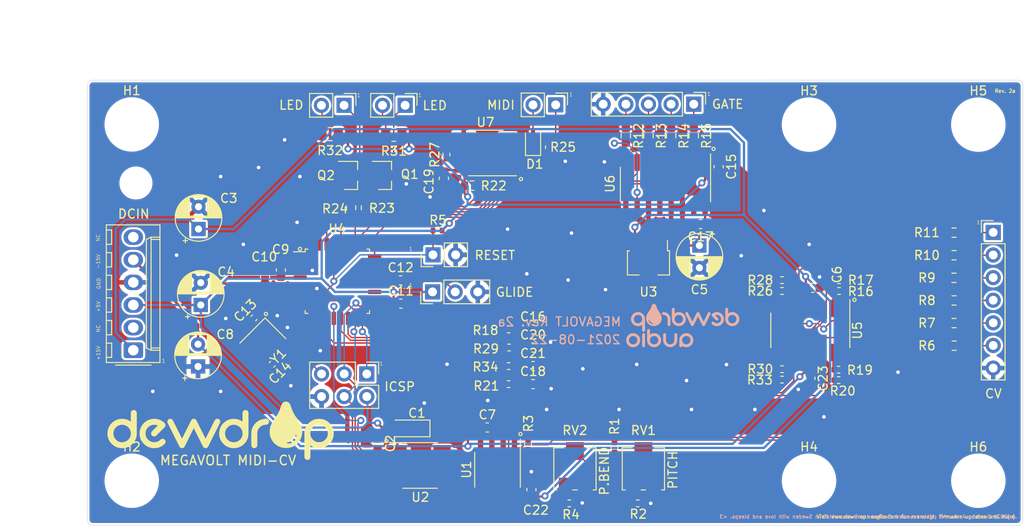
<source format=kicad_pcb>
(kicad_pcb (version 20211014) (generator pcbnew)
  (layers (0 "F.Cu" signal) (31 "B.Cu" signal) (34 "B.Paste" user) (35 "F.Paste" user) (36 "B.SilkS" user "B.Silkscreen") (37 "F.SilkS" user "F.Silkscreen") (38 "B.Mask" user) (39 "F.Mask" user) (44 "Edge.Cuts" user))
  (net 0 "")
  (net 1 "+15V")
  (net 2 "-15V")
  (net 3 "+10V")
  (net 4 "Net-(D1-Pad1)")
  (net 5 "Net-(D1-Pad2)")
  (net 6 "Net-(D2-Pad1)")
  (net 7 "Net-(D2-Pad2)")
  (net 8 "Net-(D3-Pad2)")
  (net 9 "Net-(D3-Pad1)")
  (net 12 "GLIDE_Out")
  (net 13 "RESET")
  (net 14 "SPI_MISO")
  (net 15 "SPI_CLK")
  (net 16 "SPI_MOSI")
  (net 17 "Net-(J6-Pad1)")
  (net 18 "Net-(J6-Pad2)")
  (net 19 "Net-(J6-Pad3)")
  (net 20 "Net-(J6-Pad4)")
  (net 21 "Net-(J7-Pad1)")
  (net 22 "MIDI_RX")
  (net 23 "Net-(R2-Pad1)")
  (net 24 "GATE1_Sig")
  (net 25 "GATE2_Sig")
  (net 26 "CV1_Out")
  (net 27 "CV2_Out")
  (net 28 "CV6_Out")
  (net 29 "CV5_Out")
  (net 30 "CV4_Out")
  (net 31 "CV3_Out")
  (net 32 "CV3_Sig")
  (net 33 "CV4_Sig")
  (net 34 "CV5_Sig")
  (net 35 "CV6_Sig")
  (net 36 "GATE4_Out")
  (net 37 "GATE3_Out")
  (net 38 "GATE2_Out")
  (net 39 "GATE1_Out")
  (net 40 "XTAL1")
  (net 41 "XTAL2")
  (net 42 "DAC1_SS")
  (net 43 "GATE3_Sig")
  (net 44 "GATE4_Sig")
  (net 45 "DAC2_Out")
  (net 46 "DAC1_Out")
  (net 47 "+5V")
  (net 48 "GND")
  (net 49 "Net-(C20-Pad1)")
  (net 50 "Net-(C21-Pad1)")
  (net 51 "Net-(Q1-Pad1)")
  (net 52 "Net-(Q2-Pad1)")
  (net 53 "Net-(C16-Pad1)")
  (net 54 "Net-(C18-Pad1)")
  (net 55 "Net-(J5-Pad1)")
  (net 56 "Net-(J5-Pad2)")
  (net 57 "Net-(J5-Pad3)")
  (net 58 "Net-(J5-Pad4)")
  (net 59 "Net-(J5-Pad5)")
  (net 60 "Net-(J5-Pad6)")
  (net 61 "Net-(R1-Pad2)")
  (net 62 "Net-(R3-Pad2)")
  (net 63 "Net-(R4-Pad1)")
  (net 64 "Net-(R17-Pad1)")
  (net 65 "Net-(R20-Pad1)")
  (net 66 "Net-(R28-Pad1)")
  (net 67 "Net-(R27-Pad1)")
  (net 68 "Net-(R33-Pad1)")
  (footprint "Capacitor_THT:CP_Radial_D5.0mm_P2.50mm" (layer "F.Cu") (at 101.6508 96.0628 90)
    (fp_text reference "C3")
    (fp_text value "22uF")
  )
  (footprint "Capacitor_THT:CP_Radial_D5.0mm_P2.50mm" (layer "F.Cu") (at 101.9048 104.5972 90)
    (fp_text reference "C4")
    (fp_text value "10uF")
  )
  (footprint "Capacitor_Tantalum_SMD:CP_EIA-3216-18_Kemet-A" (layer "F.Cu") (at 125.31344 118.45544 180)
    (fp_text reference "C1")
    (fp_text value "10uF tant.")
  )
  (footprint "Capacitor_SMD:C_0603_1608Metric" (layer "F.Cu") (at 121.75236 120.15724 -90)
    (fp_text reference "C2")
    (fp_text value "100nF")
  )
  (footprint "Capacitor_SMD:C_0603_1608Metric" (layer "F.Cu") (at 160.02 89.055 -90)
    (fp_text reference "C15")
    (fp_text value "100nF")
  )
  (footprint "Capacitor_SMD:C_0603_1608Metric" (layer "F.Cu") (at 157.988 95.504 180)
    (fp_text reference "C17")
    (fp_text value "100nF")
  )
  (footprint "Capacitor_SMD:C_0603_1608Metric" (layer "F.Cu") (at 139.192 113.4872)
    (fp_text reference "C18")
    (fp_text value "10nF")
  )
  (footprint "Capacitor_SMD:C_0603_1608Metric" (layer "F.Cu") (at 139.192 111.4552)
    (fp_text reference "C21")
    (fp_text value "10nF")
  )
  (footprint "Capacitor_SMD:C_0603_1608Metric" (layer "F.Cu") (at 139.00912 125.33884 -90)
    (fp_text reference "C22")
    (fp_text value "100nF")
  )
  (footprint "Connector_PinHeader_2.54mm:PinHeader_1x02_P2.54mm_Vertical" (layer "F.Cu") (at 117.983 82.169 -90)
    (fp_text reference "D3" hide)
    (fp_text value "LED")
  )
  (footprint "Connector_PinHeader_2.54mm:PinHeader_1x02_P2.54mm_Vertical" (layer "F.Cu") (at 124.841 82.169 -90)
    (fp_text reference "D2" hide)
    (fp_text value "LED")
  )
  (footprint "Connector_PinHeader_2.54mm:PinHeader_1x02_P2.54mm_Vertical" (layer "F.Cu") (at 141.732 82.115 -90)
    (fp_text reference "J7" hide)
    (fp_text value "MIDI")
  )
  (footprint "Connector_PinHeader_2.54mm:PinHeader_1x02_P2.54mm_Vertical" (layer "F.Cu") (at 127.9652 98.9584 90)
    (fp_text reference "J3" hide)
    (fp_text value "RESET")
  )
  (footprint "Connector_PinHeader_2.54mm:PinHeader_1x05_P2.54mm_Vertical" (layer "F.Cu") (at 157.226 82.042 -90)
    (fp_text reference "J6" hide)
    (fp_text value "GATE")
  )
  (footprint "Resistor_SMD:R_0603_1608Metric" (layer "F.Cu") (at 132.334 91.186 180)
    (fp_text reference "R22")
    (fp_text value "470")
  )
  (footprint "Resistor_SMD:R_0402_1005Metric" (layer "F.Cu") (at 129.4765 87.6935 90)
    (fp_text reference "R27")
    (fp_text value "4k7")
  )
  (footprint "Resistor_SMD:R_0402_1005Metric" (layer "F.Cu") (at 140.97 86.868 -90)
    (fp_text reference "R25")
    (fp_text value "220")
  )
  (footprint "Resistor_SMD:R_0603_1608Metric" (layer "F.Cu") (at 120.4468 93.6752 -90)
    (fp_text reference "R23")
    (fp_text value "47k")
  )
  (footprint "Resistor_SMD:R_0402_1005Metric" (layer "F.Cu") (at 128.4732 96.2406 180)
    (fp_text reference "R5")
    (fp_text value "10k")
  )
  (footprint "Resistor_SMD:R_0402_1005Metric" (layer "F.Cu") (at 143.256 126.873)
    (fp_text reference "R4")
    (fp_text value "27k")
  )
  (footprint "Resistor_SMD:R_0603_1608Metric" (layer "F.Cu") (at 186.452 109.166 180)
    (fp_text reference "R6")
    (fp_text value "1k")
  )
  (footprint "Resistor_SMD:R_0603_1608Metric" (layer "F.Cu") (at 186.436 106.626 180)
    (fp_text reference "R7")
    (fp_text value "1k")
  )
  (footprint "Resistor_SMD:R_0603_1608Metric" (layer "F.Cu") (at 186.436 104.086 180)
    (fp_text reference "R8")
    (fp_text value "1k")
  )
  (footprint "Resistor_SMD:R_0603_1608Metric" (layer "F.Cu") (at 186.42 101.546 180)
    (fp_text reference "R9")
    (fp_text value "1k")
  )
  (footprint "Resistor_SMD:R_0603_1608Metric" (layer "F.Cu") (at 186.436 99.006 180)
    (fp_text reference "R10")
    (fp_text value "1k")
  )
  (footprint "Resistor_SMD:R_0603_1608Metric" (layer "F.Cu") (at 186.436 96.466 180)
    (fp_text reference "R11")
    (fp_text value "1k")
  )
  (footprint "Resistor_SMD:R_0402_1005Metric" (layer "F.Cu") (at 136.4488 107.3404 180)
    (fp_text reference "R18")
    (fp_text value "15k")
  )
  (footprint "Resistor_SMD:R_0402_1005Metric" (layer "F.Cu") (at 136.4488 113.4872 180)
    (fp_text reference "R21")
    (fp_text value "15k")
  )
  (footprint "Resistor_SMD:R_0402_1005Metric" (layer "F.Cu") (at 136.4488 111.4552 180)
    (fp_text reference "R34")
    (fp_text value "15k")
  )
  (footprint "Resistor_SMD:R_0402_1005Metric" (layer "F.Cu") (at 173.5328 101.8032)
    (fp_text reference "R17")
    (fp_text value "100k")
  )
  (footprint "Resistor_SMD:R_0402_1005Metric" (layer "F.Cu") (at 173.482 113.03)
    (fp_text reference "R20")
    (fp_text value "100k")
  )
  (footprint "Resistor_SMD:R_0402_1005Metric" (layer "F.Cu") (at 167.132 112.9792 180)
    (fp_text reference "R33")
    (fp_text value "100k")
  )
  (footprint "Resistor_SMD:R_0603_1608Metric" (layer "F.Cu") (at 149.606 85.598 -90)
    (fp_text reference "R12")
    (fp_text value "1k")
  )
  (footprint "Resistor_SMD:R_0603_1608Metric" (layer "F.Cu") (at 152.146 85.598 -90)
    (fp_text reference "R13")
    (fp_text value "1k")
  )
  (footprint "Resistor_SMD:R_0603_1608Metric" (layer "F.Cu") (at 154.686 85.598 -90)
    (fp_text reference "R14")
    (fp_text value "1k")
  )
  (footprint "Resistor_SMD:R_0603_1608Metric" (layer "F.Cu") (at 157.226 85.598 -90)
    (fp_text reference "R15")
    (fp_text value "1k")
  )
  (footprint "Resistor_SMD:R_0402_1005Metric" (layer "F.Cu") (at 173.5328 103.0224 180)
    (fp_text reference "R16")
    (fp_text value "100k")
  )
  (footprint "Resistor_SMD:R_0402_1005Metric" (layer "F.Cu") (at 173.482 111.8616 180)
    (fp_text reference "R19")
    (fp_text value "100k")
  )
  (footprint "Resistor_SMD:R_0402_1005Metric" (layer "F.Cu") (at 167.132 103.0224)
    (fp_text reference "R26")
    (fp_text value "100k")
  )
  (footprint "Resistor_SMD:R_0402_1005Metric" (layer "F.Cu") (at 167.132 111.8108)
    (fp_text reference "R30")
    (fp_text value "100k")
  )
  (footprint "Package_TO_SOT_SMD:SOT-89-3" (layer "F.Cu") (at 152.146 99.568 -90)
    (fp_text reference "U3")
    (fp_text value "L78L10_SOT89")
  )
  (footprint "Package_SO:SOIC-14_3.9x8.7mm_P1.27mm" (layer "F.Cu") (at 170.307 107.4515 -90)
    (fp_text reference "U5")
    (fp_text value "TL074")
  )
  (footprint "Package_SO:SOIC-8_3.9x4.9mm_P1.27mm" (layer "F.Cu") (at 135.2042 123.1106 -90)
    (fp_text reference "U1")
    (fp_text value "TL072")
  )
  (footprint "Package_SO:SOIC-16_3.9x9.9mm_P1.27mm" (layer "F.Cu") (at 154.051 91.059 -90)
    (fp_text reference "U6")
    (fp_text value "4504")
  )
  (footprint "Connector_PinHeader_2.54mm:PinHeader_1x07_P2.54mm_Vertical" (layer "F.Cu") (at 190.8302 96.4406)
    (fp_text reference "J5" hide)
    (fp_text value "CV")
  )
  (footprint "Potentiometer_SMD:Potentiometer_Bourns_3314J_Vertical" (layer "F.Cu") (at 143.891 122.9995 180)
    (fp_text reference "RV2")
    (fp_text value "10k")
  )
  (footprint "Capacitor_SMD:C_0402_1005Metric" (layer "F.Cu") (at 107.8865 106.045 45)
    (fp_text reference "C13")
    (fp_text value "22pF")
  )
  (footprint "Connector_Molex:Molex_KK-254_AE-6410-06A_1x06_P2.54mm_Vertical" (layer "F.Cu") (at 94.3356 109.6772 90)
    (fp_text reference "J1" hide)
    (fp_text value "DCIN")
  )
  (footprint "Package_SO:SOIC-8_3.9x4.9mm_P1.27mm" (layer "F.Cu") (at 133.8834 87.5252 180)
    (fp_text reference "U7")
    (fp_text value "HCPL-0701")
  )
  (footprint "Diode_SMD:D_SOD-323" (layer "F.Cu") (at 139.192 86.306 90)
    (fp_text reference "D1")
    (fp_text value "1N4148WS")
  )
  (footprint "Resistor_SMD:R_0805_2012Metric" (layer "F.Cu") (at 116.419 85.4075)
    (fp_text reference "R32")
    (fp_text value "330")
  )
  (footprint "Connector_PinHeader_2.54mm:PinHeader_1x03_P2.54mm_Vertical" (layer "F.Cu") (at 127.9144 103.124 90)
    (fp_text reference "J2" hide)
    (fp_text value "GLIDE")
  )
  (footprint "Capacitor_SMD:C_0603_1608Metric" (layer "F.Cu") (at 110.8964 100.6602 90)
    (fp_text reference "C9")
    (fp_text value "100nF")
  )
  (footprint "Package_SO:SOIC-8_3.9x4.9mm_P1.27mm" (layer "F.Cu") (at 126.5085 122.622)
    (fp_text reference "U2")
    (fp_text value "MCP4822")
  )
  (footprint "Connector_PinHeader_2.54mm:PinHeader_2x03_P2.54mm_Vertical" (layer "F.Cu") (at 120.5362 112.3406 -90)
    (fp_text reference "J4" hide)
    (fp_text value "ICSP")
  )
  (footprint "Resistor_SMD:R_0402_1005Metric" (layer "F.Cu") (at 138.6332 120.2944 -90)
    (fp_text reference "R3")
    (fp_text value "39k")
  )
  (footprint "Capacitor_THT:CP_Radial_D5.0mm_P2.50mm" (layer "F.Cu") (at 157.861 97.917 -90)
    (fp_text reference "C5")
    (fp_text value "10uF")
  )
  (footprint "Package_QFP:LQFP-32_7x7mm_P0.8mm" (layer "F.Cu") (at 117.2342 101.9266)
    (fp_text reference "U4")
    (fp_text value "ATMEGA328-AU")
  )
  (footprint "Capacitor_SMD:C_0603_1608Metric" (layer "F.Cu") (at 170.31 112.84 -90)
    (fp_text reference "C23")
    (fp_text value "100nF")
  )
  (footprint "Capacitor_SMD:C_0603_1608Metric" (layer "F.Cu") (at 134.0612 118.35384)
    (fp_text reference "C7")
    (fp_text value "100nF")
  )
  (footprint "MountingHole:MountingHole_3.2mm_M3_DIN965" (layer "F.Cu") (at 94.16 84.314)
    (fp_text reference "H1")
    (fp_text value "MountingHole")
  )
  (footprint "MountingHole:MountingHole_3.2mm_M3_DIN965" (layer "F.Cu") (at 94.16 124.336)
    (fp_text reference "H2")
    (fp_text value "MountingHole")
  )
  (footprint "MountingHole:MountingHole_3.2mm_M3_DIN965" (layer "F.Cu") (at 170.16 84.336)
    (fp_text reference "H3")
    (fp_text value "MountingHole")
  )
  (footprint "MountingHole:MountingHole_3.2mm_M3_DIN965" (layer "F.Cu") (at 170.16 124.336)
    (fp_text reference "H4")
    (fp_text value "MountingHole")
  )
  (footprint "MountingHole:MountingHole_3.2mm_M3_DIN965" (layer "F.Cu") (at 189.16 84.336)
    (fp_text reference "H5")
    (fp_text value "MountingHole")
  )
  (footprint "MountingHole:MountingHole_3.2mm_M3_DIN965" (layer "F.Cu") (at 189.16 124.336)
    (fp_text reference "H6")
    (fp_text value "MountingHole")
  )
  (footprint "Capacitor_THT:CP_Radial_D5.0mm_P2.50mm" (layer "F.Cu") (at 101.6 111.506 90)
    (fp_text reference "C8")
    (fp_text value "22uF")
  )
  (footprint "Resistor_SMD:R_0603_1608Metric" (layer "F.Cu") (at 118.7704 93.6752 -90)
    (fp_text reference "R24")
    (fp_text value "47k")
  )
  (footprint "Capacitor_SMD:C_0603_1608Metric" (layer "F.Cu") (at 109.1184 101.41488 90)
    (fp_text reference "C10")
    (fp_text value "100nF")
  )
  (footprint "Capacitor_SMD:C_0603_1608Metric" (layer "F.Cu") (at 124.3584 104.4448)
    (fp_text reference "C11")
    (fp_text value "100nF")
  )
  (footprint "Capacitor_SMD:C_0603_1608Metric" (layer "F.Cu") (at 124.333 101.8286)
    (fp_text reference "C12")
    (fp_text value "100nF")
  )
  (footprint "Resistor_SMD:R_0402_1005Metric" (layer "F.Cu") (at 150.9395 126.873)
    (fp_text reference "R2")
    (fp_text value "27k")
  )
  (footprint "Capacitor_SMD:C_0603_1608Metric" (layer "F.Cu") (at 139.192 109.3724)
    (fp_text reference "C20")
    (fp_text value "10nF")
  )
  (footprint "Resistor_SMD:R_0402_1005Metric" (layer "F.Cu") (at 136.4996 109.3724 180)
    (fp_text reference "R29")
    (fp_text value "15k")
  )
  (footprint "Resistor_SMD:R_0402_1005Metric" (layer "F.Cu") (at 167.132 101.8032 180)
    (fp_text reference "R28")
    (fp_text value "100k")
  )
  (footprint "Capacitor_SMD:C_0603_1608Metric" (layer "F.Cu") (at 170.5734 102.6668 180)
    (fp_text reference "C6")
    (fp_text value "100nF")
  )
  (footprint "Crystal:Crystal_SMD_3225-4Pin_3.2x2.5mm" (layer "F.Cu") (at 108.87177 108.628466 -135)
    (fp_text reference "Y1")
    (fp_text value "16MHz")
  )
  (footprint "Resistor_SMD:R_0402_1005Metric" (layer "F.Cu") (at 148.336 120.5992 -90)
    (fp_text reference "R1")
    (fp_text value "39k")
  )
  (footprint "DDB_Prototype_HW:DewdropLogoText-1in" (layer "F.Cu") (at 104.13 118.72)
    (fp_text reference "LOGO2" hide)
    (fp_text value "DewdropLogoText-1in" hide)
  )
  (footprint "Capacitor_SMD:C_0603_1608Metric" (layer "F.Cu") (at 129.1844 90.3732 -90)
    (fp_text reference "C19")
    (fp_text value "100nF")
  )
  (footprint "Capacitor_SMD:C_0603_1608Metric" (layer "F.Cu") (at 139.192 107.3404)
    (fp_text reference "C16")
    (fp_text value "10nF")
  )
  (footprint "Package_TO_SOT_SMD:SOT-23" (layer "F.Cu") (at 122.555 90.043)
    (fp_text reference "Q1")
    (fp_text value "MMBT5551L")
  )
  (footprint "Package_TO_SOT_SMD:SOT-23" (layer "F.Cu") (at 118.745 90.043)
    (fp_text reference "Q2")
    (fp_text value "MMBT5551L")
  )
  (footprint "Resistor_SMD:R_0805_2012Metric" (layer "F.Cu") (at 123.571 85.471)
    (fp_text reference "R31")
    (fp_text value "330")
  )
  (footprint "Capacitor_SMD:C_0402_1005Metric" (layer "F.Cu") (at 109.9185 111.252 45)
    (fp_text reference "C14")
    (fp_text value "22pF")
  )
  (footprint "Potentiometer_SMD:Potentiometer_Bourns_3314J_Vertical" (layer "F.Cu") (at 151.5745 122.9995 180)
    (fp_text reference "RV1")
    (fp_text value "10k")
  )
  (footprint "DDB_Prototype_HW:DewdropAudioLogo-0.5in" (layer "B.Cu") (at 155.99 106.9 180)
    (fp_text reference "LOGO1" hide)
    (fp_text value "DewdropAudioLogo-0.5in" hide)
  )
  (gr_arc (start 137.922 90.6145) (mid 137.736661 90.308152) (end 137.968678 90.580856) (layer "F.SilkS") (width 0.12))
  (gr_arc (start 175.340322 104.173644) (mid 175.154983 103.867296) (end 175.387 104.14) (layer "F.SilkS") (width 0.12))
  (gr_arc (start 137.8585 119.253) (mid 137.673161 118.946652) (end 137.905178 119.219356) (layer "F.SilkS") (width 0.12))
  (gr_arc (start 122.825822 120.048644) (mid 122.640483 119.742296) (end 122.8725 120.015) (layer "F.SilkS") (width 0.12))
  (gr_arc (start 113.110322 98.458644) (mid 112.924983 98.152296) (end 113.157 98.425) (layer "F.SilkS") (width 0.12))
  (gr_arc (start 109.300322 105.761144) (mid 109.114983 105.454796) (end 109.347 105.7275) (layer "F.SilkS") (width 0.12))
  (gr_arc (start 159.528822 87.219144) (mid 159.343483 86.912796) (end 159.5755 87.1855) (layer "F.SilkS") (width 0.12))
  (gr_line (start 89.16 128.69) (end 89.159924 79.976) (layer "Edge.Cuts") (width 0.05))
  (gr_arc (start 193.52 79.334) (mid 193.976125 79.525023) (end 194.16 79.984076) (layer "Edge.Cuts") (width 0.05))
  (gr_arc (start 194.160076 128.696) (mid 193.969053 129.152125) (end 193.51 129.336) (layer "Edge.Cuts") (width 0.05))
  (gr_arc (start 89.159924 79.976) (mid 89.350947 79.519875) (end 89.81 79.336) (layer "Edge.Cuts") (width 0.05))
  (gr_line (start 194.16 79.984076) (end 194.160076 128.696) (layer "Edge.Cuts") (width 0.05))
  (gr_line (start 193.51 129.336) (end 89.8 129.336) (layer "Edge.Cuts") (width 0.05))
  (gr_line (start 89.81 79.336) (end 193.52 79.334) (layer "Edge.Cuts") (width 0.05))
  (gr_arc (start 89.8 129.336) (mid 89.343875 129.144977) (end 89.16 128.685924) (layer "Edge.Cuts") (width 0.05))
  (gr_text "MEGAVOLT Rev. 2a" (at 142.14 106.48) (layer "B.SilkS") (effects (font (size 1 1)) (justify mirror)))
  (gr_text "(c)2021 Dewdrop Audio. All rights reserved. Designed and assembled in Sweden with love and bleeps. <3" (at 176.72 128.37) (layer "B.SilkS") (effects (font (size 0.4064 0.4064) (thickness 0.0762)) (justify mirror)))
  (gr_text "2021-08-22" (at 143.95 108.49) (layer "B.SilkS") (effects (font (size 1 1)) (justify mirror)))
  (gr_text "1" (at 189.1665 95.3135) (layer "F.SilkS") (effects (font (size 0.4064 0.4064) (thickness 0.0508))))
  (gr_text "1" (at 125.476 98.298) (layer "F.SilkS") (effects (font (size 0.4064 0.4064) (thickness 0.0508))))
  (gr_text "Visit www.dewdrop-audio.com for manuals, firmware updates and more." (at 182.25 128.36) (layer "F.SilkS") (effects (font (size 0.4064 0.4064) (thickness 0.0762))))
  (gr_text "MEGAVOLT MIDI-CV" (at 104.97 122.05) (layer "F.SilkS") (effects (font (size 1.0668 1.0668) (thickness 0.1524))))
  (gr_text "Rev. 2a" (at 192.17 80.56) (layer "F.SilkS") (effects (font (size 0.4064 0.4064) (thickness 0.0762))))
  (gr_text "+15V" (at 90.41 109.99 90) (layer "F.SilkS") (effects (font (size 0.4064 0.4064) (thickness 0.0508))))
  (gr_text "GND" (at 90.46 102.18 90) (layer "F.SilkS") (effects (font (size 0.4064 0.4064) (thickness 0.0508))))
  (gr_text "-15V" (at 90.4 99.7 90) (layer "F.SilkS") (effects (font (size 0.4064 0.4064) (thickness 0.0508))))
  (gr_text "NC" (at 90.41 107.25 90) (layer "F.SilkS") (effects (font (size 0.4064 0.4064) (thickness 0.0508))))
  (gr_text "NC" (at 90.39 97.05 90) (layer "F.SilkS") (effects (font (size 0.4064 0.4064) (thickness 0.0508))))
  (gr_text "1" (at 158.9405 80.899) (layer "F.SilkS") (effects (font (size 0.4064 0.4064) (thickness 0.0508))))
  (gr_text "1" (at 97.7265 110.871) (layer "F.SilkS") (effects (font (size 0.4064 0.4064) (thickness 0.0508))))
  (gr_text "1" (at 143.4465 80.9625) (layer "F.SilkS") (effects (font (size 0.4064 0.4064) (thickness 0.0508))))
  (gr_text "1" (at 122.174 111.1885) (layer "F.SilkS") (effects (font (size 0.4064 0.4064) (thickness 0.0508))))
  (gr_text "1" (at 119.634 81.026) (layer "F.SilkS") (effects (font (size 0.4064 0.4064) (thickness 0.0508))))
  (gr_text "1" (at 126.492 81.026) (layer "F.SilkS") (effects (font (size 0.4064 0.4064) (thickness 0.0508))))
  (gr_text "+5V" (at 90.41 104.78 90) (layer "F.SilkS") (effects (font (size 0.4064 0.4064) (thickness 0.0508))))
  (gr_text "1" (at 125.476 102.362) (layer "F.SilkS") (effects (font (size 0.4064 0.4064) (thickness 0.0508))))
  (segment (start 170.307 103.1754) (end 169.7984 102.6668) (width 0.254) (layer "F.Cu") (net 1))
  (segment (start 150.622 97.894) (end 150.646 97.918) (width 0.254) (layer "F.Cu") (net 1))
  (segment (start 169.7984 101.4216) (end 169.7736 101.3968) (width 0.254) (layer "F.Cu") (net 1))
  (segment (start 150.622 95.8596) (end 150.622 97.894) (width 0.254) (layer "F.Cu") (net 1))
  (segment (start 139.00912 126.11384) (end 138.17884 126.11384) (width 0.254) (layer "F.Cu") (net 1))
  (segment (start 140.459164 126.11384) (end 140.525504 126.0475) (width 0.254) (layer "F.Cu") (net 1))
  (segment (start 170.307 104.9765) (end 170.307 103.1754) (width 0.254) (layer "F.Cu") (net 1))
  (segment (start 169.7984 102.6668) (end 169.7984 101.4216) (width 0.254) (layer "F.Cu") (net 1))
  (segment (start 139.00912 126.11384) (end 140.459164 126.11384) (width 0.254) (layer "F.Cu") (net 1))
  (segment (start 138.17884 126.11384) (end 137.6506 125.5856) (width 0.254) (layer "F.Cu") (net 1))
  (segment (start 137.6506 125.5856) (end 137.1092 125.5856) (width 0.254) (layer "F.Cu") (net 1))
  (via (at 140.525504 126.0475) (size 0.8) (drill 0.4) (layers "F.Cu" "B.Cu") (net 1))
  (via (at 150.622 95.8596) (size 0.8) (drill 0.4) (layers "F.Cu" "B.Cu") (net 1))
  (via (at 169.7736 101.3968) (size 0.8) (drill 0.4) (layers "F.Cu" "B.Cu") (net 1))
  (segment (start 161.3408 84.836) (end 116.84 84.836) (width 0.254) (layer "B.Cu") (net 1))
  (segment (start 94.3356 109.6772) (end 92.3544 107.696) (width 0.254) (layer "B.Cu") (net 1))
  (segment (start 165.1 120.65) (end 145.923004 120.65) (width 0.254) (layer "B.Cu") (net 1))
  (segment (start 116.84 84.836) (end 105.6132 96.0628) (width 0.254) (layer "B.Cu") (net 1))
  (segment (start 145.923004 120.65) (end 140.525504 126.0475) (width 0.254) (layer "B.Cu") (net 1))
  (segment (start 93.4212 94.996) (end 100.584 94.996) (width 0.254) (layer "B.Cu") (net 1))
  (segment (start 162.8648 94.488) (end 151.9936 94.488) (width 0.254) (layer "B.Cu") (net 1))
  (segment (start 151.9936 94.488) (end 150.622 95.8596) (width 0.254) (layer "B.Cu") (net 1))
  (segment (start 105.6132 96.0628) (end 101.6508 96.0628) (width 0.254) (layer "B.Cu") (net 1))
  (segment (start 172.535422 104.158622) (end 172.535422 113.214578) (width 0.254) (layer "B.Cu") (net 1))
  (segment (start 92.3544 96.0628) (end 93.4212 94.996) (width 0.254) (layer "B.Cu") (net 1))
  (segment (start 169.7736 101.3968) (end 172.535422 104.158622) (width 0.254) (layer "B.Cu") (net 1))
  (segment (start 172.535422 113.214578) (end 165.1 120.65) (width 0.254) (layer "B.Cu") (net 1))
  (segment (start 162.8648 94.488) (end 162.8648 86.36) (width 0.254) (layer "B.Cu") (net 1))
  (segment (start 162.8648 86.36) (end 161.3408 84.836) (width 0.254) (layer "B.Cu") (net 1))
  (segment (start 100.584 94.996) (end 101.6508 96.0628) (width 0.254) (layer "B.Cu") (net 1))
  (segment (start 169.7736 101.3968) (end 162.8648 94.488) (width 0.254) (layer "B.Cu") (net 1))
  (segment (start 92.3544 107.696) (end 92.3544 96.0628) (width 0.254) (layer "B.Cu") (net 1))
  (segment (start 170.31 112.065) (end 169.718218 112.065) (width 0.254) (layer "F.Cu") (net 2))
  (segment (start 132.54228 118.35384) (end 133.2862 118.35384) (width 0.254) (layer "F.Cu") (net 2))
  (segment (start 94.3356 99.5172) (end 93.472 99.5172) (width 0.254) (layer "F.Cu") (net 2))
  (segment (start 101.6 106.7816) (end 94.3356 99.5172) (width 0.254) (layer "F.Cu") (net 2))
  (segment (start 133.2862 120.6226) (end 133.2992 120.6356) (width 0.254) (layer "F.Cu") (net 2))
  (segment (start 131.88188 120.45696) (end 131.88188 119.01424) (width 0.254) (layer "F.Cu") (net 2))
  (segment (start 131.88188 119.01424) (end 132.54228 118.35384) (width 0.254) (layer "F.Cu") (net 2))
  (segment (start 133.2862 118.35384) (end 133.2862 120.6226) (width 0.254) (layer "F.Cu") (net 2))
  (segment (start 170.31 109.9295) (end 170.307 109.9265) (width 0.254) (layer "F.Cu") (net 2))
  (segment (start 169.718218 112.065) (end 169.132709 112.650509) (width 0.254) (layer "F.Cu") (net 2))
  (segment (start 101.6 109.006) (end 101.6 106.7816) (width 0.254) (layer "F.Cu") (net 2))
  (segment (start 170.31 112.065) (end 170.31 109.9295) (width 0.254) (layer "F.Cu") (net 2))
  (via (at 169.132709 112.650509) (size 0.8) (drill 0.4) (layers "F.Cu" "B.Cu") (net 2))
  (via (at 131.88188 120.45696) (size 0.8) (drill 0.4) (layers "F.Cu" "B.Cu") (net 2))
  (segment (start 161.590429 120.192789) (end 132.161291 120.192789) (width 0.254) (layer "B.Cu") (net 2))
  (segment (start 101.64 109.006) (end 101.6 109.006) (width 0.254) (layer "B.Cu") (net 2))
  (segment (start 131.89204 120.4468) (end 131.88188 120.45696) (width 0.254) (layer "B.Cu") (net 2))
  (segment (start 131.90728 120.4468) (end 131.89204 120.4468) (width 0.254) (layer "B.Cu") (net 2))
  (segment (start 132.161291 120.192789) (end 131.90728 120.4468) (width 0.254) (layer "B.Cu") (net 2))
  (segment (start 113.0808 120.4468) (end 101.64 109.006) (width 0.254) (layer "B.Cu") (net 2))
  (segment (start 169.132709 112.650509) (end 161.590429 120.192789) (width 0.254) (layer "B.Cu") (net 2))
  (segment (start 131.90728 120.4468) (end 113.0808 120.4468) (width 0.254) (layer "B.Cu") (net 2))
  (segment (start 158.496 95.476) (end 158.468 95.504) (width 0.254) (layer "F.Cu") (net 3))
  (segment (start 157.861 96.774) (end 157.861 97.917) (width 0.254) (layer "F.Cu") (net 3))
  (segment (start 153.646 97.918) (end 157.86 97.918) (width 0.254) (layer "F.Cu") (net 3))
  (segment (start 158.468 96.167) (end 157.861 96.774) (width 0.254) (layer "F.Cu") (net 3))
  (segment (start 153.7085 97.9805) (end 153.646 97.918) (width 0.254) (layer "F.Cu") (net 3))
  (segment (start 157.86 97.918) (end 157.861 97.917) (width 0.254) (layer "F.Cu") (net 3))
  (segment (start 158.468 95.504) (end 158.468 96.167) (width 0.254) (layer "F.Cu") (net 3))
  (segment (start 158.496 93.534) (end 158.496 95.476) (width 0.254) (layer "F.Cu") (net 3))
  (segment (start 136.3584 88.1602) (end 138.3878 88.1602) (width 0.1524) (layer "F.Cu") (net 4))
  (segment (start 139.214 87.378) (end 139.192 87.356) (width 0.1524) (layer "F.Cu") (net 4))
  (segment (start 138.3878 88.1602) (end 139.192 87.356) (width 0.1524) (layer "F.Cu") (net 4))
  (segment (start 140.97 87.378) (end 139.214 87.378) (width 0.1524) (layer "F.Cu") (net 4))
  (segment (start 137.5578 86.8902) (end 139.192 85.256) (width 0.1524) (layer "F.Cu") (net 5))
  (segment (start 136.3584 86.8902) (end 137.5578 86.8902) (width 0.1524) (layer "F.Cu") (net 5))
  (segment (start 139.192 85.256) (end 139.192 82.115) (width 0.1524) (layer "F.Cu") (net 5))
  (segment (start 123.8504 83.1596) (end 124.841 82.169) (width 0.1524) (layer "F.Cu") (net 6))
  (segment (start 123.555 90.043) (end 123.555 83.455) (width 0.1524) (layer "F.Cu") (net 6))
  (segment (start 123.555 83.455) (end 123.8504 83.1596) (width 0.1524) (layer "F.Cu") (net 6))
  (segment (start 122.6585 84.368) (end 122.6585 85.471) (width 0.1524) (layer "F.Cu") (net 7))
  (segment (start 122.301 84.0105) (end 122.6585 84.368) (width 0.1524) (layer "F.Cu") (net 7))
  (segment (start 122.301 82.169) (end 122.301 84.0105) (width 0.1524) (layer "F.Cu") (net 7))
  (segment (start 115.5065 82.2325) (end 115.443 82.169) (width 0.1524) (layer "F.Cu") (net 8))
  (segment (start 115.5045 82.2305) (end 115.443 82.169) (width 0.1524) (layer "F.Cu") (net 8))
  (segment (start 115.5065 85.4075) (end 115.5065 82.2325) (width 0.1524) (layer "F.Cu") (net 8))
  (segment (start 119.745 83.931) (end 117.983 82.169) (width 0.1524) (layer "F.Cu") (net 9))
  (segment (start 119.745 90.043) (end 119.745 83.931) (width 0.1524) (layer "F.Cu") (net 9))
  (segment (start 121.4092 99.9266) (end 125.86 99.9266) (width 0.1524) (layer "F.Cu") (net 12))
  (segment (start 127.889 100.5586) (end 130.4544 103.124) (width 0.1524) (layer "F.Cu") (net 12))
  (segment (start 126.492 100.5586) (end 127.889 100.5586) (width 0.1524) (layer "F.Cu") (net 12))
  (segment (start 125.86 99.9266) (end 126.492 100.5586) (width 0.1524) (layer "F.Cu") (net 12))
  (segment (start 116.8342 102.201682) (end 113.792 105.243882) (width 0.1524) (layer "F.Cu") (net 13))
  (segment (start 113.792 105.243882) (end 113.792 110.6764) (width 0.1524) (layer "F.Cu") (net 13))
  (segment (start 116.8342 101.9202) (end 116.8342 102.201682) (width 0.1524) (layer "F.Cu") (net 13))
  (segment (start 116.8342 101.9202) (end 116.8342 97.7516) (width 0.1524) (layer "F.Cu") (net 13))
  (segment (start 127.9652 98.9584) (end 127.9652 96.2426) (width 0.1524) (layer "F.Cu") (net 13))
  (segment (start 113.792 110.6764) (end 115.4562 112.3406) (width 0.1524) (layer "F.Cu") (net 13))
  (segment (start 127.9652 96.2426) (end 127.9632 96.2406) (width 0.1524) (layer "F.Cu") (net 13))
  (via (at 116.8342 101.9202) (size 0.8) (drill 0.4) (layers "F.Cu" "B.Cu") (net 13))
  (segment (start 116.8342 101.9202) (end 119.796 98.9584) (width 0.1524) (layer "B.Cu") (net 13))
  (segment (start 119.796 98.9584) (end 127.9652 98.9584) (width 0.1524) (layer "B.Cu") (net 13))
  (segment (start 120.0404 106.1078) (end 120.0342 106.1016) (width 0.1524) (layer "F.Cu") (net 14))
  (segment (start 120.0404 107.5944) (end 120.0404 106.1078) (width 0.1524) (layer "F.Cu") (net 14))
  (via (at 120.0404 107.5944) (size 0.8) (drill 0.4) (layers "F.Cu" "B.Cu") (net 14))
  (segment (start 120.5362 112.3406) (end 120.5362 108.0902) (width 0.1524) (layer "B.Cu") (net 14))
  (segment (start 120.5362 108.0902) (end 120.0404 107.5944) (width 0.1524) (layer "B.Cu") (net 14))
  (segment (start 124.0335 123.257) (end 121.922766 123.257) (width 0.1524) (layer "F.Cu") (net 15))
  (segment (start 119.6786 104.7266) (end 121.4092 104.7266) (width 0.1524) (layer "F.Cu") (net 15))
  (segment (start 121.922766 123.257) (end 119.227611 120.561845) (width 0.1524) (layer "F.Cu") (net 15))
  (segment (start 119.317 104.365) (end 119.6786 104.7266) (width 0.1524) (layer "F.Cu") (net 15))
  (segment (start 119.227611 120.561845) (end 119.227611 113.572011) (width 0.1524) (layer "F.Cu") (net 15))
  (segment (start 119.227611 113.572011) (end 117.9962 112.3406) (width 0.1524) (layer "F.Cu") (net 15))
  (via (at 119.317 104.365) (size 0.8) (drill 0.4) (layers "F.Cu" "B.Cu") (net 15))
  (segment (start 119.3074 104.365) (end 119.317 104.365) (width 0.1524) (layer "B.Cu") (net 15))
  (segment (start 117.9962 105.6762) (end 119.3074 104.365) (width 0.1524) (layer "B.Cu") (net 15))
  (segment (start 117.9962 112.3406) (end 117.9962 105.6762) (width 0.1524) (layer "B.Cu") (net 15))
  (segment (start 118.9228 120.6881) (end 122.7617 124.527) (width 0.1524) (layer "F.Cu") (net 16))
  (segment (start 119.2342 107.448197) (end 119.087997 107.5944) (width 0.1524) (layer "F.Cu") (net 16))
  (segment (start 119.2342 106.1016) (end 119.2342 107.448197) (width 0.1524) (layer "F.Cu") (net 16))
  (segment (start 118.9228 115.8072) (end 118.9228 120.6881) (width 0.1524) (layer "F.Cu") (net 16))
  (segment (start 122.7617 124.527) (end 124.0335 124.527) (width 0.1524) (layer "F.Cu") (net 16))
  (segment (start 117.9962 114.8806) (end 118.9228 115.8072) (width 0.1524) (layer "F.Cu") (net 16))
  (via (at 119.087997 107.5944) (size 0.8) (drill 0.4) (layers "F.Cu" "B.Cu") (net 16))
  (segment (start 119.087997 107.5944) (end 119.2276 107.734003) (width 0.1524) (layer "B.Cu") (net 16))
  (segment (start 119.2276 107.734003) (end 119.2276 113.6396) (width 0.1524) (layer "B.Cu") (net 16))
  (segment (start 119.2276 113.6396) (end 117.9962 114.871) (width 0.1524) (layer "B.Cu") (net 16))
  (segment (start 117.9962 114.871) (end 117.9962 114.8806) (width 0.1524) (layer "B.Cu") (net 16))
  (segment (start 157.226 84.773) (end 157.226 82.042) (width 0.1524) (layer "F.Cu") (net 17))
  (segment (start 154.686 84.773) (end 154.686 82.042) (width 0.1524) (layer "F.Cu") (net 18))
  (segment (start 152.146 84.773) (end 152.146 82.042) (width 0.1524) (layer "F.Cu") (net 19))
  (segment (start 149.606 84.773) (end 149.606 82.042) (width 0.1524) (layer "F.Cu") (net 20))
  (segment (start 141.732 82.115) (end 141.732 85.596) (width 0.1524) (layer "F.Cu") (net 21))
  (segment (start 141.732 85.596) (end 140.97 86.358) (width 0.1524) (layer "F.Cu") (net 21))
  (segment (start 117.9068 93.5228) (end 131.7244 93.5228) (width 0.1524) (layer "F.Cu") (net 22))
  (segment (start 133.159 87.312) (end 132.7372 86.8902) (width 0.1524) (layer "F.Cu") (net 22))
  (segment (start 133.1468 92.1004) (end 133.1468 91.1982) (width 0.1524) (layer "F.Cu") (net 22))
  (segment (start 133.1468 91.1982) (end 133.159 91.186) (width 0.1524) (layer "F.Cu") (net 22))
  (segment (start 131.7244 93.5228) (end 133.1468 92.1004) (width 0.1524) (layer "F.Cu") (net 22))
  (segment (start 132.7372 86.8902) (end 131.4084 86.8902) (width 0.1524) (layer "F.Cu") (net 22))
  (segment (start 116.0342 95.3954) (end 117.9068 93.5228) (width 0.1524) (layer "F.Cu") (net 22))
  (segment (start 133.159 91.186) (end 133.159 87.312) (width 0.1524) (layer "F.Cu") (net 22))
  (segment (start 116.0342 97.7516) (end 116.0342 95.3954) (width 0.1524) (layer "F.Cu") (net 22))
  (segment (start 134.938244 127.622311) (end 149.680189 127.622311) (width 0.1524) (layer "F.Cu") (net 23))
  (segment (start 135.8392 121.2723) (end 133.9215 123.19) (width 0.1524) (layer "F.Cu") (net 23))
  (segment (start 149.680189 127.622311) (end 150.4295 126.873) (width 0.1524) (layer "F.Cu") (net 23))
  (segment (start 150.4295 126.873) (end 150.4295 125.0045) (width 0.1524) (layer "F.Cu") (net 23))
  (segment (start 133.9215 126.605567) (end 134.938244 127.622311) (width 0.1524) (layer "F.Cu") (net 23))
  (segment (start 135.8392 120.6356) (end 135.8392 121.2723) (width 0.1524) (layer "F.Cu") (net 23))
  (segment (start 150.4295 125.0045) (end 150.4245 124.9995) (width 0.1524) (layer "F.Cu") (net 23))
  (segment (start 133.9215 123.19) (end 133.9215 126.605567) (width 0.1524) (layer "F.Cu") (net 23))
  (segment (start 136.802932 90.9828) (end 154.7876 90.9828) (width 0.1524) (layer "F.Cu") (net 24))
  (segment (start 120.0342 97.7516) (end 120.0342 96.6278) (width 0.1524) (layer "F.Cu") (net 24))
  (segment (start 120.0342 96.6278) (end 122.22477 94.43723) (width 0.1524) (layer "F.Cu") (net 24))
  (segment (start 154.7876 90.9828) (end 155.956 89.8144) (width 0.1524) (layer "F.Cu") (net 24))
  (segment (start 133.348503 94.437229) (end 136.802932 90.9828) (width 0.1524) (layer "F.Cu") (net 24))
  (segment (start 122.22477 94.43723) (end 133.348503 94.437229) (width 0.1524) (layer "F.Cu") (net 24))
  (segment (start 155.956 89.8144) (end 155.956 88.584) (width 0.1524) (layer "F.Cu") (net 24))
  (segment (start 120.80238 94.13242) (end 120.4468 94.488) (width 0.1524) (layer "F.Cu") (net 25))
  (segment (start 133.222246 94.13242) (end 120.80238 94.13242) (width 0.1524) (layer "F.Cu") (net 25))
  (segment (start 120.3838 94.5002) (end 119.2342 95.6498) (width 0.1524) (layer "F.Cu") (net 25))
  (segment (start 153.416 89.7636) (end 152.5016 90.678) (width 0.1524) (layer "F.Cu") (net 25))
  (segment (start 119.2342 95.6498) (end 119.2342 97.7516) (width 0.1524) (layer "F.Cu") (net 25))
  (segment (start 152.5016 90.678) (end 136.676666 90.678) (width 0.1524) (layer "F.Cu") (net 25))
  (segment (start 136.676666 90.678) (end 133.222246 94.13242) (width 0.1524) (layer "F.Cu") (net 25))
  (segment (start 120.4468 94.5002) (end 120.3838 94.5002) (width 0.1524) (layer "F.Cu") (net 25))
  (segment (start 120.4468 94.488) (end 120.4468 94.5002) (width 0.1524) (layer "F.Cu") (net 25))
  (segment (start 153.416 88.584) (end 153.416 89.7636) (width 0.1524) (layer "F.Cu") (net 25))
  (segment (start 140.8811 120.2944) (end 141.404601 119.770899) (width 0.1524) (layer "F.Cu") (net 26))
  (segment (start 148.654301 119.770899) (end 148.336 120.0892) (width 0.1524) (layer "F.Cu") (net 26))
  (segment (start 186.61639 99.08281) (end 186.61639 110.71601) (width 0.1524) (layer "F.Cu") (net 26))
  (segment (start 177.561501 119.770899) (end 148.654301 119.770899) (width 0.1524) (layer "F.Cu") (net 26))
  (segment (start 148.017699 119.770899) (end 148.336 120.0892) (width 0.1524) (layer "F.Cu") (net 26))
  (segment (start 141.404601 119.770899) (end 148.017699 119.770899) (width 0.1524) (layer "F.Cu") (net 26))
  (segment (start 186.63239 99.06681) (end 186.61639 99.08281) (width 0.1524) (layer "F.Cu") (net 26))
  (segment (start 137.8348 120.6356) (end 138.176 120.2944) (width 0.1524) (layer "F.Cu") (net 26))
  (segment (start 185.611 96.466) (end 186.63239 97.48739) (width 0.1524) (layer "F.Cu") (net 26))
  (segment (start 186.61639 110.71601) (end 177.561501 119.770899) (width 0.1524) (layer "F.Cu") (net 26))
  (segment (start 137.1092 120.6356) (end 137.8348 120.6356) (width 0.1524) (layer "F.Cu") (net 26))
  (segment (start 138.176 120.2944) (end 140.8811 120.2944) (width 0.1524) (layer "F.Cu") (net 26))
  (segment (start 186.63239 97.48739) (end 186.63239 99.06681) (width 0.1524) (layer "F.Cu") (net 26))
  (segment (start 135.8392 125.5856) (end 135.8392 124.9553) (width 0.1524) (layer "F.Cu") (net 27))
  (segment (start 138.28079 119.43199) (end 138.6332 119.7844) (width 0.1524) (layer "F.Cu") (net 27))
  (segment (start 136.802374 119.43199) (end 138.28079 119.43199) (width 0.1524) (layer "F.Cu") (net 27))
  (segment (start 186.31158 99.70658) (end 186.31158 110.56362) (width 0.1524) (layer "F.Cu") (net 27))
  (segment (start 136.4488 124.3457) (end 136.4488 119.785564) (width 0.1524) (layer "F.Cu") (net 27))
  (segment (start 185.611 99.006) (end 186.31158 99.70658) (width 0.1524) (layer "F.Cu") (net 27))
  (segment (start 135.8392 124.9553) (end 136.4488 124.3457) (width 0.1524) (layer "F.Cu") (net 27))
  (segment (start 186.31158 110.56362) (end 177.409111 119.466089) (width 0.1524) (layer "F.Cu") (net 27))
  (segment (start 177.409111 119.466089) (end 138.951511 119.466089) (width 0.1524) (layer "F.Cu") (net 27))
  (segment (start 138.951511 119.466089) (end 138.6332 119.7844) (width 0.1524) (layer "F.Cu") (net 27))
  (segment (start 136.4488 119.785564) (end 136.802374 119.43199) (width 0.1524) (layer "F.Cu") (net 27))
  (segment (start 166.497 109.9265) (end 166.497 111.6858) (width 0.1524) (layer "F.Cu") (net 28))
  (segment (start 166.497 108.7374) (end 166.9796 108.2548) (width 0.1524) (layer "F.Cu") (net 28))
  (segment (start 185.611 106.626) (end 185.557 106.68) (width 0.1524) (layer "F.Cu") (net 28))
  (segment (start 183.9822 108.2548) (end 185.611 106.626) (width 0.1524) (layer "F.Cu") (net 28))
  (segment (start 166.497 109.9265) (end 166.497 108.7374) (width 0.1524) (layer "F.Cu") (net 28))
  (segment (start 166.9796 108.2548) (end 183.9822 108.2548) (width 0.1524) (layer "F.Cu") (net 28))
  (segment (start 166.497 111.6858) (end 166.622 111.8108) (width 0.1524) (layer "F.Cu") (net 28))
  (segment (start 183.2864 106.3752) (end 185.5756 104.086) (width 0.1524) (layer "F.Cu") (net 29))
  (segment (start 166.988588 106.688988) (end 170.192712 106.688988) (width 0.1524) (layer "F.Cu") (net 29))
  (segment (start 172.719242 106.3752) (end 183.2864 106.3752) (width 0.1524) (layer "F.Cu") (net 29))
  (segment (start 171.805221 107.289221) (end 172.719242 106.3752) (width 0.1524) (layer "F.Cu") (net 29))
  (segment (start 166.497 103.1474) (end 166.622 103.0224) (width 0.1524) (layer "F.Cu") (net 29))
  (segment (start 166.497 104.9765) (end 166.497 103.1474) (width 0.1524) (layer "F.Cu") (net 29))
  (segment (start 166.497 104.9765) (end 166.497 106.1974) (width 0.1524) (layer "F.Cu") (net 29))
  (segment (start 185.5756 104.086) (end 185.611 104.086) (width 0.1524) (layer "F.Cu") (net 29))
  (segment (start 166.497 106.1974) (end 166.988588 106.688988) (width 0.1524) (layer "F.Cu") (net 29))
  (via (at 170.192712 106.688988) (size 0.8) (drill 0.4) (layers "F.Cu" "B.Cu") (net 29))
  (via (at 171.805221 107.289221) (size 0.8) (drill 0.4) (layers "F.Cu" "B.Cu") (net 29))
  (segment (start 171.204988 106.688988) (end 170.192712 106.688988) (width 0.1524) (layer "B.Cu") (net 29))
  (segment (start 171.805221 107.289221) (end 171.204988 106.688988) (width 0.1524) (layer "B.Cu") (net 29))
  (segment (start 185.6238 109.1692) (end 185.627 109.166) (width 0.1524) (layer "F.Cu") (net 30))
  (segment (start 174.117 111.7366) (end 173.992 111.8616) (width 0.1524) (layer "F.Cu") (net 30))
  (segment (start 174.117 109.9265) (end 184.8665 109.9265) (width 0.1524) (layer "F.Cu") (net 30))
  (segment (start 174.117 109.9265) (end 174.117 111.7366) (width 0.1524) (layer "F.Cu") (net 30))
  (segment (start 184.8665 109.9265) (end 185.6238 109.1692) (width 0.1524) (layer "F.Cu") (net 30))
  (segment (start 174.117 103.0966) (end 174.0428 103.0224) (width 0.1524) (layer "F.Cu") (net 31))
  (segment (start 185.5756 101.546) (end 185.595 101.546) (width 0.1524) (layer "F.Cu") (net 31))
  (segment (start 174.0428 103.0224) (end 184.0992 103.0224) (width 0.1524) (layer "F.Cu") (net 31))
  (segment (start 184.0992 103.0224) (end 185.5756 101.546) (width 0.1524) (layer "F.Cu") (net 31))
  (segment (start 174.117 104.9765) (end 174.117 103.0966) (width 0.1524) (layer "F.Cu") (net 31))
  (segment (start 114.4342 105.1234) (end 115.436601 104.120999) (width 0.1524) (layer "F.Cu") (net 32))
  (segment (start 114.4342 106.1016) (end 114.4342 105.1234) (width 0.1524) (layer "F.Cu") (net 32))
  (segment (start 118.040199 104.120999) (end 118.9736 105.0544) (width 0.1524) (layer "F.Cu") (net 32))
  (segment (start 120.486918 105.0544) (end 122.772918 107.3404) (width 0.1524) (layer "F.Cu") (net 32))
  (segment (start 122.772918 107.3404) (end 135.9388 107.3404) (width 0.1524) (layer "F.Cu") (net 32))
  (segment (start 114.4342 106.1016) (end 114.4342 105.539859) (width 0.1524) (layer "F.Cu") (net 32))
  (segment (start 115.436601 104.120999) (end 118.040199 104.120999) (width 0.1524) (layer "F.Cu") (net 32))
  (segment (start 118.9736 105.0544) (end 120.486918 105.0544) (width 0.1524) (layer "F.Cu") (net 32))
  (segment (start 115.2342 107.2078) (end 115.2342 106.1016) (width 0.1524) (layer "F.Cu") (net 33))
  (segment (start 116.8908 108.8644) (end 115.2342 107.2078) (width 0.1524) (layer "F.Cu") (net 33))
  (segment (start 135.4328 113.4872) (end 130.81 108.8644) (width 0.1524) (layer "F.Cu") (net 33))
  (segment (start 130.81 108.8644) (end 116.8908 108.8644) (width 0.1524) (layer "F.Cu") (net 33))
  (segment (start 135.9388 113.4872) (end 135.4328 113.4872) (width 0.1524) (layer "F.Cu") (net 33))
  (segment (start 118.818067 108.2548) (end 134.366 108.2548) (width 0.1524) (layer "F.Cu") (net 34))
  (segment (start 118.4342 107.870933) (end 118.818067 108.2548) (width 0.1524) (layer "F.Cu") (net 34))
  (segment (start 134.366 108.2548) (end 135.4836 109.3724) (width 0.1524) (layer "F.Cu") (net 34))
  (segment (start 118.4342 106.1016) (end 118.4342 107.870933) (width 0.1524) (layer "F.Cu") (net 34))
  (segment (start 135.4836 109.3724) (end 135.9896 109.3724) (width 0.1524) (layer "F.Cu") (net 34))
  (segment (start 135.4328 111.4552) (end 132.5372 108.5596) (width 0.1524) (layer "F.Cu") (net 35))
  (segment (start 117.6342 107.501999) (end 117.6342 106.1016) (width 0.1524) (layer "F.Cu") (net 35))
  (segment (start 132.5372 108.5596) (end 118.691801 108.5596) (width 0.1524) (layer "F.Cu") (net 35))
  (segment (start 135.9388 111.4552) (end 135.4328 111.4552) (width 0.1524) (layer "F.Cu") (net 35))
  (segment (start 118.691801 108.5596) (end 117.6342 107.501999) (width 0.1524) (layer "F.Cu") (net 35))
  (segment (start 149.606 86.423) (end 148.323802 86.423) (width 0.1524) (layer "F.Cu") (net 36))
  (segment (start 150.876 91.948) (end 150.876 93.534) (width 0.1524) (layer "F.Cu") (net 36))
  (via (at 148.323802 86.423) (size 0.8) (drill 0.4) (layers "F.Cu" "B.Cu") (net 36))
  (via (at 150.876 91.948) (size 0.8) (drill 0.4) (layers "F.Cu" "B.Cu") (net 36))
  (segment (start 150.876 91.948) (end 150.876 87.5792) (width 0.1524) (layer "B.Cu") (net 36))
  (segment (start 149.7198 86.423) (end 148.323802 86.423) (width 0.1524) (layer "B.Cu") (net 36))
  (segment (start 150.876 87.5792) (end 149.7198 86.423) (width 0.1524) (layer "B.Cu") (net 36))
  (segment (start 152.146 86.423) (end 152.146 88.584) (width 0.1524) (layer "F.Cu") (net 37))
  (segment (start 154.686 88.584) (end 154.686 86.423) (width 0.1524) (layer "F.Cu") (net 38))
  (segment (start 157.226 88.584) (end 157.226 86.423) (width 0.1524) (layer "F.Cu") (net 39))
  (segment (start 113.021999 103.889399) (end 113.0592 103.9266) (width 0.1524) (layer "F.Cu") (net 40))
  (segment (start 108.225911 105.680207) (end 108.225911 105.705589) (width 0.1524) (layer "F.Cu") (net 40))
  (segment (start 108.225911 105.705589) (end 109.274955 106.754633) (width 0.1524) (layer "F.Cu") (net 40))
  (segment (start 109.156518 104.7496) (end 108.225911 105.680207) (width 0.1524) (layer "F.Cu") (net 40))
  (segment (start 111.3536 104.7496) (end 109.156518 104.7496) (width 0.1524) (layer "F.Cu") (net 40))
  (segment (start 113.0592 103.9266) (end 112.1766 103.9266) (width 0.1524) (layer "F.Cu") (net 40))
  (segment (start 109.274955 106.754633) (end 109.331389 106.754633) (width 0.1524) (layer "F.Cu") (net 40))
  (segment (start 112.1766 103.9266) (end 111.3536 104.7496) (width 0.1524) (layer "F.Cu") (net 40))
  (segment (start 113.0592 108.1113) (end 110.257911 110.912589) (width 0.1524) (layer "F.Cu") (net 41))
  (segment (start 113.004389 104.781411) (end 113.0592 104.7266) (width 0.1524) (layer "F.Cu") (net 41))
  (segment (start 110.257911 110.912589) (end 109.600258 110.912589) (width 0.1524) (layer "F.Cu") (net 41))
  (segment (start 109.600258 110.912589) (end 108.694993 110.007324) (width 0.1524) (layer "F.Cu") (net 41))
  (segment (start 113.0592 104.7266) (end 113.0592 108.1113) (width 0.1524) (layer "F.Cu") (net 41))
  (segment (start 124.0335 121.987) (end 121.0853 121.987) (width 0.1524) (layer "F.Cu") (net 42))
  (segment (start 119.5451 117.887587) (end 119.865853 117.566834) (width 0.1524) (layer "F.Cu") (net 42))
  (segment (start 116.8342 104.7554) (end 116.84 104.7496) (width 0.1524) (layer "F.Cu") (net 42))
  (segment (start 121.0853 121.987) (end 119.5451 120.4468) (width 0.1524) (layer "F.Cu") (net 42))
  (segment (start 116.8342 106.1016) (end 116.8342 104.7554) (width 0.1524) (layer "F.Cu") (net 42))
  (segment (start 119.5451 120.4468) (end 119.5451 117.887587) (width 0.1524) (layer "F.Cu") (net 42))
  (via (at 116.84 104.7496) (size 0.8) (drill 0.4) (layers "F.Cu" "B.Cu") (net 42))
  (via (at 119.865853 117.566834) (size 0.8) (drill 0.4) (layers "F.Cu" "B.Cu") (net 42))
  (segment (start 116.84 104.7496) (end 116.84 115.697) (width 0.1524) (layer "B.Cu") (net 42))
  (segment (start 116.84 115.697) (end 118.709834 117.566834) (width 0.1524) (layer "B.Cu") (net 42))
  (segment (start 118.709834 117.566834) (end 119.865853 117.566834) (width 0.1524) (layer "B.Cu") (net 42))
  (segment (start 119.43081 93.82761) (end 133.09599 93.82761) (width 0.1524) (layer "F.Cu") (net 43))
  (segment (start 150.2918 90.3732) (end 150.876 89.789) (width 0.1524) (layer "F.Cu") (net 43))
  (segment (start 118.7582 94.5002) (end 117.6342 95.6242) (width 0.1524) (layer "F.Cu") (net 43))
  (segment (start 118.7704 94.5002) (end 118.7582 94.5002) (width 0.1524) (layer "F.Cu") (net 43))
  (segment (start 118.7704 94.5002) (end 118.7704 94.48802) (width 0.1524) (layer "F.Cu") (net 43))
  (segment (start 150.876 89.789) (end 150.876 88.584) (width 0.1524) (layer "F.Cu") (net 43))
  (segment (start 136.5504 90.3732) (end 150.2918 90.3732) (width 0.1524) (layer "F.Cu") (net 43))
  (segment (start 133.09599 93.82761) (end 136.5504 90.3732) (width 0.1524) (layer "F.Cu") (net 43))
  (segment (start 117.6342 95.6242) (end 117.6342 97.7516) (width 0.1524) (layer "F.Cu") (net 43))
  (segment (start 118.7704 94.48802) (end 119.43081 93.82761) (width 0.1524) (layer "F.Cu") (net 43))
  (segment (start 133.47476 94.742038) (end 136.929198 91.2876) (width 0.1524) (layer "F.Cu") (net 44))
  (segment (start 121.4092 96.8784) (end 123.545562 94.742038) (width 0.1524) (layer "F.Cu") (net 44))
  (segment (start 148.59 91.2876) (end 149.606 92.3036) (width 0.1524) (layer "F.Cu") (net 44))
  (segment (start 123.545562 94.742038) (end 133.47476 94.742038) (width 0.1524) (layer "F.Cu") (net 44))
  (segment (start 136.929198 91.2876) (end 148.59 91.2876) (width 0.1524) (layer "F.Cu") (net 44))
  (segment (start 149.606 92.3036) (end 149.606 93.534) (width 0.1524) (layer "F.Cu") (net 44))
  (segment (start 121.4092 99.1266) (end 121.4092 96.8784) (width 0.1524) (layer "F.Cu") (net 44))
  (segment (start 128.9835 123.257) (end 131.639 123.257) (width 0.1524) (layer "F.Cu") (net 45))
  (segment (start 131.639 123.257) (end 133.2992 124.9172) (width 0.1524) (layer "F.Cu") (net 45))
  (segment (start 133.2992 124.9172) (end 133.2992 125.5856) (width 0.1524) (layer "F.Cu") (net 45))
  (segment (start 128.9835 120.717) (end 129.6705 120.717) (width 0.1524) (layer "F.Cu") (net 46))
  (segment (start 134.5692 121.3358) (end 134.5692 120.6356) (width 0.1524) (layer "F.Cu") (net 46))
  (segment (start 129.6705 120.717) (end 130.84351 121.89001) (width 0.1524) (layer "F.Cu") (net 46))
  (segment (start 134.01499 121.89001) (end 134.5692 121.3358) (width 0.1524) (layer "F.Cu") (net 46))
  (segment (start 130.84351 121.89001) (end 134.01499 121.89001) (width 0.1524) (layer "F.Cu") (net 46))
  (segment (start 109.1184 102.18988) (end 104.31212 102.18988) (width 0.254) (layer "F.Cu") (net 47))
  (segment (start 131.509 91.186) (end 131.509 89.5308) (width 0.254) (layer "F.Cu") (net 47))
  (segment (start 120.5362 114.8806) (end 120.611812 114.956212) (width 0.254) (layer "F.Cu") (net 47))
  (segment (start 123.9685 120.652) (end 124.0335 120.717) (width 0.254) (layer "F.Cu") (net 47))
  (segment (start 123.0652 103.9266) (end 121.4092 103.9266) (width 0.254) (layer "F.Cu") (net 47))
  (segment (start 122.80296 120.717) (end 122.58772 120.93224) (width 0.254) (layer "F.Cu") (net 47))
  (segment (start 122.34672 118.45544) (end 121.74982 117.85854) (width 0.254) (layer "F.Cu") (net 47))
  (segment (start 110.998 101.1812) (end 111.011 101.1682) (width 0.254) (layer "F.Cu") (net 47))
  (segment (start 105.0668 101.4352) (end 104.31212 102.18988) (width 0.254) (layer "F.Cu") (net 47))
  (segment (start 123.5834 104.4448) (end 123.0652 103.9266) (width 0.254) (layer "F.Cu") (net 47))
  (segment (start 131.509 92.0882) (end 131.853591 92.432791) (width 0.254) (layer "F.Cu") (net 47))
  (segment (start 104.31212 102.18988) (end 101.9048 104.5972) (width 0.254) (layer "F.Cu") (net 47))
  (segment (start 110.05512 103.1266) (end 113.0592 103.1266) (width 0.254) (layer "F.Cu") (net 47))
  (segment (start 123.5456 103.124) (end 123.5456 101.841) (width 0.254) (layer "F.Cu") (net 47))
  (segment (start 110.9878 101.5266) (end 110.8964 101.4352) (width 0.254) (layer "F.Cu") (net 47))
  (segment (start 122.58772 120.93224) (end 121.75236 120.93224) (width 0.254) (layer "F.Cu") (net 47))
  (segment (start 123.06 102.3266) (end 123.558 101.8286) (width 0.254) (layer "F.Cu") (net 47))
  (segment (start 131.509 89.5308) (end 131.4084 89.4302) (width 0.254) (layer "F.Cu") (net 47))
  (segment (start 124.0335 120.717) (end 122.80296 120.717) (width 0.254) (layer "F.Cu") (net 47))
  (segment (start 113.0592 101.5266) (end 110.9878 101.5266) (width 0.254) (layer "F.Cu") (net 47))
  (segment (start 158.496 90.5764) (end 158.496 88.584) (width 0.254) (layer "F.Cu") (net 47))
  (segment (start 160.02 88.28) (end 158.8 88.28) (width 0.254) (layer "F.Cu") (net 47))
  (segment (start 128.9832 96.232238) (end 129.794 95.421438) (width 0.254) (layer "F.Cu") (net 47))
  (segment (start 125.2728 86.2603) (end 124.4835 85.471) (width 0.254) (layer "F.Cu") (net 47))
  (segment (start 123.9595 120.643) (end 124.0335 120.717) (width 0.254) (layer "F.Cu") (net 47))
  (segment (start 131.509 91.186) (end 131.509 92.0882) (width 0.254) (layer "F.Cu") (net 47))
  (segment (start 158.1404 90.8812) (end 158.1912 90.8812) (width 0.254) (layer "F.Cu") (net 47))
  (segment (start 121.4446 102.362) (end 121.4092 102.3266) (width 0.254) (layer "F.Cu") (net 47))
  (segment (start 131.4084 89.4302) (end 129.3524 89.4302) (width 0.254) (layer "F.Cu") (net 47))
  (segment (start 123.5456 101.841) (end 123.558 101.8286) (width 0.254) (layer "F.Cu") (net 47))
  (segment (start 123.5456 103.124) (end 123.5456 104.407) (width 0.254) (layer "F.Cu") (net 47))
  (segment (start 123.9665 120.65) (end 124.0335 120.717) (width 0.254) (layer "F.Cu") (net 47))
  (segment (start 123.96344 118.45544) (end 122.34672 118.45544) (width 0.254) (layer "F.Cu") (net 47))
  (segment (start 118.4275 86.5035) (end 117.3315 85.4075) (width 0.254) (layer "F.Cu") (net 47))
  (segment (start 121.4028 102.333) (end 121.4092 102.3266) (width 0.254) (layer "F.Cu") (net 47))
  (segment (start 129.3524 89.4302) (end 129.1844 89.5982) (width 0.254) (layer "F.Cu") (net 47))
  (segment (start 131.3992 89.421) (end 131.4084 89.4302) (width 0.254) (layer "F.Cu") (net 47))
  (segment (start 121.4092 102.3266) (end 123.06 102.3266) (width 0.254) (layer "F.Cu") (net 47))
  (segment (start 158.1912 90.8812) (end 158.496 90.5764) (width 0.254) (layer "F.Cu") (net 47))
  (segment (start 110.8964 101.4352) (end 105.0668 101.4352) (width 0.254) (layer "F.Cu") (net 47))
  (segment (start 123.96344 120.64694) (end 124.0335 120.717) (width 0.254) (layer "F.Cu") (net 47))
  (segment (start 123.5456 104.407) (end 123.5834 104.4448) (width 0.254) (layer "F.Cu") (net 47))
  (segment (start 125.2728 87.0712) (end 125.2728 86.2603) (width 0.254) (layer "F.Cu") (net 47))
  (segment (start 118.4275 87.0585) (end 118.4275 86.5035) (width 0.254) (layer "F.Cu") (net 47))
  (segment (start 109.1184 102.18988) (end 110.05512 103.1266) (width 0.254) (layer "F.Cu") (net 47))
  (segment (start 123.96344 118.45544) (end 123.96344 120.64694) (width 0.254) (layer "F.Cu") (net 47))
  (segment (start 128.9832 96.2406) (end 128.9832 96.232238) (width 0.254) (layer "F.Cu") (net 47))
  (segment (start 158.8 88.28) (end 158.496 88.584) (width 0.254) (layer "F.Cu") (net 47))
  (via (at 118.4275 87.0585) (size 0.8) (drill 0.4) (layers "F.Cu" "B.Cu") (net 47))
  (via (at 129.794 95.421438) (size 0.8) (drill 0.4) (layers "F.Cu" "B.Cu") (net 47))
  (via (at 125.2728 87.0712) (size 0.8) (drill 0.4) (layers "F.Cu" "B.Cu") (net 47))
  (via (at 123.5456 103.124) (size 0.8) (drill 0.4) (layers "F.Cu" "B.Cu") (net 47))
  (via (at 131.853591 92.432791) (size 0.8) (drill 0.4) (layers "F.Cu" "B.Cu") (net 47))
  (via (at 121.74982 117.85854) (size 0.8) (drill 0.4) (layers "F.Cu" "B.Cu") (net 47))
  (via (at 158.1404 90.8812) (size 0.8) (drill 0.4) (layers "F.Cu" "B.Cu") (net 47))
  (segment (start 121.73966 117.84838) (end 120.61698 117.84838) (width 0.254) (layer "B.Cu") (net 47))
  (segment (start 155.702 93.3196) (end 158.1404 90.8812) (width 0.254) (layer "B.Cu") (net 47))
  (segment (start 116.967 103.124) (end 115.474799 101.631799) (width 0.254) (layer "B.Cu") (net 47))
  (segment (start 123.4694 103.124) (end 127.9144 103.124) (width 0.254) (layer "B.Cu") (net 47))
  (segment (start 101.9048 104.5972) (end 94.3356 104.5972) (width 0.254) (layer "B.Cu") (net 47))
  (segment (start 123.1265 103.124) (end 123.19 103.124) (width 0.254) (layer "B.Cu") (net 47))
  (segment (start 131.8514 91.2368) (end 131.8514 92.583) (width 0.254) (layer "B.Cu") (net 47))
  (segment (start 131.8514 92.434982) (end 131.853591 92.432791) (width 0.254) (layer "B.Cu") (net 47))
  (segment (start 120.611811 114.956211) (end 120.5362 114.8806) (width 0.254) (layer "B.Cu") (net 47))
  (segment (start 128.9304 96.266) (end 128.905 96.266) (width 0.254) (layer "B.Cu") (net 47))
  (segment (start 120.101914 118.363446) (end 120.61698 117.84838) (width 0.254) (layer "B.Cu") (net 47))
  (segment (start 116.713 96.266) (end 128.905 96.266) (width 0.254) (layer "B.Cu") (net 47))
  (segment (start 131.8514 93.3196) (end 155.702 93.3196) (width 0.254) (layer "B.Cu") (net 47))
  (segment (start 125.2728 87.0712) (end 118.4148 87.0712) (width 0.254) (layer "B.Cu") (net 47))
  (segment (start 120.61698 117.84838) (end 120.611811 117.843211) (width 0.254) (layer "B.Cu") (net 47))
  (segment (start 129.54 95.631) (end 131.8514 93.3196) (width 0.254) (layer "B.Cu") (net 47))
  (segment (start 123.19 103.124) (end 123.4694 103.124) (width 0.254) (layer "B.Cu") (net 47))
  (segment (start 131.8514 92.583) (end 131.8514 93.3196) (width 0.254) (layer "B.Cu") (net 47))
  (segment (start 104.2035 102.2985) (end 101.9048 104.5972) (width 0.254) (layer "B.Cu") (net 47))
  (segment (start 118.4148 87.0712) (end 118.4275 87.0585) (width 0.254) (layer "B.Cu") (net 47))
  (segment (start 129.54 95.631) (end 128.905 96.266) (width 0.254) (layer "B.Cu") (net 47))
  (segment (start 123.1265 103.124) (end 116.967 103.124) (width 0.254) (layer "B.Cu") (net 47))
  (segment (start 121.74982 117.85854) (end 121.73966 117.84838) (width 0.254) (layer "B.Cu") (net 47))
  (segment (start 125.2728 87.0712) (end 127.6858 87.0712) (width 0.254) (layer "B.Cu") (net 47))
  (segment (start 131.8514 92.583) (end 131.8514 92.434982) (width 0.254) (layer "B.Cu") (net 47))
  (segment (start 104.870201 101.631799) (end 104.2035 102.2985) (width 0.254) (layer "B.Cu") (net 47))
  (segment (start 115.474799 101.631799) (end 115.474799 97.504201) (width 0.254) (layer "B.Cu") (net 47))
  (segment (start 120.611811 117.843211) (end 120.611811 114.956211) (width 0.254) (layer "B.Cu") (net 47))
  (segment (start 123.4694 103.124) (end 123.5456 103.124) (width 0.254) (layer "B.Cu") (net 47))
  (segment (start 115.474799 97.504201) (end 116.713 96.266) (width 0.254) (layer "B.Cu") (net 47))
  (segment (start 115.474799 101.631799) (end 104.870201 101.631799) (width 0.254) (layer "B.Cu") (net 47))
  (segment (start 113.181846 118.363446) (end 120.101914 118.363446) (width 0.254) (layer "B.Cu") (net 47))
  (segment (start 101.9048 104.5972) (end 101.9048 107.0864) (width 0.254) (layer "B.Cu") (net 47))
  (segment (start 101.9048 107.0864) (end 113.181846 118.363446) (width 0.254) (layer "B.Cu") (net 47))
  (segment (start 127.6858 87.0712) (end 131.8514 91.2368) (width 0.254) (layer "B.Cu") (net 47))
  (segment (start 114.5186 102.3266) (end 114.935 102.743) (width 0.254) (layer "F.Cu") (net 48))
  (segment (start 143.766 126.873) (end 144.6721 126.873) (width 0.254) (layer "F.Cu") (net 48))
  (segment (start 151.4495 126.873) (end 152.4 126.873) (width 0.254) (layer "F.Cu") (net 48))
  (segment (start 139.00912 124.56384) (end 139.00912 123.32462) (width 0.254) (layer "F.Cu") (net 48))
  (segment (start 133.0738 85.6202) (end 133.096 85.598) (width 0.254) (layer "F.Cu") (net 48))
  (segment (start 113.0592 100.7266) (end 114.4114 100.7266) (width 0.254) (layer "F.Cu") (net 48))
  (segment (start 139.967 109.3724) (end 140.5636 109.3724) (width 0.254) (layer "F.Cu") (net 48))
  (segment (start 113.0592 102.3266) (end 114.5186 102.3266) (width 0.254) (layer "F.Cu") (net 48))
  (segment (start 139.967 113.4872) (end 140.720368 113.4872) (width 0.254) (layer "F.Cu") (net 48))
  (segment (start 121.4092 101.5266) (end 122.5268 101.5266) (width 0.254) (layer "F.Cu") (net 48))
  (segment (start 122.5268 101.5266) (end 122.8344 101.219) (width 0.254) (layer "F.Cu") (net 48))
  (segment (start 140.720368 113.4872) (end 141.226193 113.993025) (width 0.254) (layer "F.Cu") (net 48))
  (segment (start 148.4645 88.584) (end 148.463 88.5825) (width 0.254) (layer "F.Cu") (net 48))
  (segment (start 157.508 95.504) (end 156.1465 95.504) (width 0.254) (layer "F.Cu") (net 48))
  (segment (start 144.6721 126.873) (end 144.7165 126.8286) (width 0.254) (layer "F.Cu") (net 48))
  (segment (start 140.5636 109.3724) (end 141.1605 108.7755) (width 0.254) (layer "F.Cu") (net 48))
  (segment (start 156.1465 95.504) (end 155.956 95.3135) (width 0.254) (layer "F.Cu") (net 48))
  (segment (start 114.4114 100.7266) (end 114.427 100.711) (width 0.254) (layer "F.Cu") (net 48))
  (segment (start 152.146 95.885) (end 152.146 95.758) (width 0.254) (layer "F.Cu") (net 48))
  (segment (start 129.4765 86.2965) (end 129.4384 86.2584) (width 0.254) (layer "F.Cu") (net 48))
  (segment (start 139.00912 123.32462) (end 139.0015 123.317) (width 0.254) (layer "F.Cu") (net 48))
  (segment (start 170.31 113.615) (end 169.42359 113.615) (width 0.254) (layer "F.Cu") (net 48))
  (segment (start 154.686 93.534) (end 155.956 93.534) (width 0.254) (layer "F.Cu") (net 48))
  (segment (start 152.146 93.534) (end 152.146 95.885) (width 0.254) (layer "F.Cu") (net 48))
  (segment (start 171.3484 102.6668) (end 171.3484 101.4476) (width 0.254) (layer "F.Cu") (net 48))
  (segment (start 169.42359 113.615) (end 168.9608 114.07779) (width 0.254) (layer "F.Cu") (net 48))
  (segment (start 160.02 89.535) (end 160.02 90.551) (width 0.254) (layer "F.Cu") (net 48))
  (via (at 180.1495 112.141) (size 0.8) (drill 0.4) (layers "F.Cu" "B.Cu") (net 48))
  (via (at 141.1605 108.7755) (size 0.8) (drill 0.4) (layers "F.Cu" "B.Cu") (net 48))
  (via (at 165.1 93.98) (size 0.8) (drill 0.4) (layers "F.Cu" "B.Cu") (net 48))
  (via (at 164.084 116.332) (size 0.8) (drill 0.4) (layers "F.Cu" "B.Cu") (net 48))
  (via (at 104.14 114.3) (size 0.8) (drill 0.4) (layers "F.Cu" "B.Cu") (net 48))
  (via (at 111.633 107.1245) (size 0.8) (drill 0.4) (layers "F.Cu" "B.Cu") (net 48))
  (via (at 96.52 114.3) (size 0.8) (drill 0.4) (layers "F.Cu" "B.Cu") (net 48))
  (via (at 126.99 115.61) (size 0.8) (drill 0.4) (layers "F.Cu" "B.Cu") (net 48))
  (via (at 110.49 105.791) (size 0.8) (drill 0.4) (layers "F.Cu" "B.Cu") (net 48))
  (via (at 148.844 116.332) (size 0.8) (drill 0.4) (layers "F.Cu" "B.Cu") (net 48))
  (via (at 144.7165 126.8286) (size 0.8) (drill 0.4) (layers "F.Cu" "B.Cu") (net 48))
  (via (at 112.7125 95.3135) (size 0.8) (drill 0.4) (layers "F.Cu" "B.Cu") (net 48))
  (via (at 147.193 88.519) (size 0.8) (drill 0.4) (layers "F.Cu" "B.Cu") (net 48))
  (via (at 112.014 113.665) (size 0.8) (drill 0.4) (layers "F.Cu" "B.Cu") (net 48))
  (via (at 106.68 97.79) (size 0.8) (drill 0.4) (layers "F.Cu" "B.Cu") (net 48))
  (via (at 114.427 100.711) (size 0.8) (drill 0.4) (layers "F.Cu" "B.Cu") (net 48))
  (via (at 139.0015 123.317) (size 0.8) (drill 0.4) (layers "F.Cu" "B.Cu") (net 48))
  (via (at 162.56 99.06) (size 0.8) (drill 0.4) (layers "F.Cu" "B.Cu") (net 48))
  (via (at 152.4 126.873) (size 0.8) (drill 0.4) (layers "F.Cu" "B.Cu") (net 48))
  (via (at 127.635 92.456) (size 0.8) (drill 0.4) (layers "F.Cu" "B.Cu") (net 48))
  (via (at 113.03 90.17) (size 0.8) (drill 0.4) (layers "F.Cu" "B.Cu") (net 48))
  (via (at 114.935 102.743) (size 0.8) (drill 0.4) (layers "F.Cu" "B.Cu") (net 48))
  (via (at 143.51 96.52) (size 0.8) (drill 0.4) (layers "F.Cu" "B.Cu") (net 48))
  (via (at 150.83 111.27) (size 0.8) (drill 0.4) (layers "F.Cu" "B.Cu") (net 48))
  (via (at 141.226193 113.993025) (size 0.8) (drill 0.4) (layers "F.Cu" "B.Cu") (net 48))
  (via (at 104.14 90.17) (size 0.8) (drill 0.4) (layers "F.Cu" "B.Cu") (net 48))
  (via (at 111.3155 86.0425) (size 0.8) (drill 0.4) (layers "F.Cu" "B.Cu") (net 48))
  (via (at 140.716 116.332) (size 0.8) (drill 0.4) (layers "F.Cu" "B.Cu") (net 48))
  (via (at 99.187 98.9965) (size 0.8) (drill 0.4) (layers "F.Cu" "B.Cu") (net 48))
  (via (at 104.7115 106.1085) (size 0.8) (drill 0.4) (layers "F.Cu" "B.Cu") (net 48))
  (via (at 124.968 90.9955) (size 0.8) (drill 0.4) (layers "F.Cu" "B.Cu") (net 48))
  (via (at 170.18 97.79) (size 0.8) (drill 0.4) (layers "F.Cu" "B.Cu") (net 48))
  (via (at 160.9 111.29) (size 0.8) (drill 0.4) (layers "F.Cu" "B.Cu") (net 48))
  (via (at 171.831 117.1575) (size 0.8) (drill 0.4) (layers "F.Cu" "B.Cu") (net 48))
  (via (at 136.3345 96.0755) (size 0.8) (drill 0.4) (layers "F.Cu" "B.Cu") (net 48))
  (via (at 171.3484 101.4476) (size 0.8) (drill 0.4) (layers "F.Cu" "B.Cu") (net 48))
  (via (at 115.316 109.728) (size 0.8) (drill 0.4) (layers "F.Cu" "B.Cu") (net 48))
  (via (at 108.3945 89.154) (size 0.8) (drill 0.4) (layers "F.Cu" "B.Cu") (net 48))
  (via (at 156.42 113.08) (size 0.8) (drill 0.4) (layers "F.Cu" "B.Cu") (net 48))
  (via (at 156.972 116.332) (size 0.8) (drill 0.4) (layers "F.Cu" "B.Cu") (net 48))
  (via (at 134.112 115.316) (size 0.8) (drill 0.4) (layers "F.Cu" "B.Cu") (net 48))
  (via (at 129.54 111.252) (size 0.8) (drill 0.4) (layers "F.Cu" "B.Cu") (net 48))
  (via (at 147.32 102.87) (size 0.8) (drill 0.4) (layers "F.Cu" "B.Cu") (net 48))
  (via (at 144.78 111.76) (size 0.8) (drill 0.4) (layers "F.Cu" "B.Cu") (net 48))
  (via (at 138.4935 101.092) (size 0.8) (drill 0.4) (layers "F.Cu" "B.Cu") (net 48))
  (via (at 168.9608 114.07779) (size 0.8) (drill 0.4) (layers "F.Cu" "B.Cu") (net 48))
  (via (at 142.8115 88.4555) (size 0.8) (drill 0.4) (layers "F.Cu" "B.Cu") (net 48))
  (via (at 143.129 101.7905) (size 0.8) (drill 0.4) (layers "F.Cu" "B.Cu") (net 48))
  (segment (start 137.0096 109.3724) (end 138.417 109.3724) (width 0.1524) (layer "F.Cu") (net 49))
  (segment (start 139.17141 110.12681) (end 140.82519 110.12681) (width 0.1524) (layer "F.Cu") (net 49))
  (segment (start 138.417 109.3724) (end 139.17141 110.12681) (width 0.1524) (layer "F.Cu") (net 49))
  (segment (start 172.10561 100.83321) (end 171.786599 100.514199) (width 0.1524) (layer "F.Cu") (net 49))
  (segment (start 169.037 103.7082) (end 169.037 104.9765) (width 0.1524) (layer "F.Cu") (net 49))
  (segment (start 143.329591 107.622409) (end 170.583057 107.622409) (width 0.1524) (layer "F.Cu") (net 49))
  (segment (start 172.10561 106.099856) (end 172.10561 100.83321) (width 0.1524) (layer "F.Cu") (net 49))
  (segment (start 169.348199 100.514199) (end 169.037 100.825398) (width 0.1524) (layer "F.Cu") (net 49))
  (segment (start 170.583057 107.622409) (end 172.10561 106.099856) (width 0.1524) (layer "F.Cu") (net 49))
  (segment (start 171.786599 100.514199) (end 169.348199 100.514199) (width 0.1524) (layer "F.Cu") (net 49))
  (segment (start 169.037 100.825398) (end 169.037 103.7082) (width 0.1524) (layer "F.Cu") (net 49))
  (segment (start 140.82519 110.12681) (end 143.329591 107.622409) (width 0.1524) (layer "F.Cu") (net 49))
  (segment (start 140.633401 112.439401) (end 142.646389 114.452389) (width 0.1524) (layer "F.Cu") (net 50))
  (segment (start 168.4528 112.268) (end 169.037 111.6838) (width 0.1524) (layer "F.Cu") (net 50))
  (segment (start 167.103682 114.452389) (end 168.4528 113.103271) (width 0.1524) (layer "F.Cu") (net 50))
  (segment (start 169.037 111.6838) (end 169.037 109.9265) (width 0.1524) (layer "F.Cu") (net 50))
  (segment (start 136.9588 111.4552) (end 138.417 111.4552) (width 0.1524) (layer "F.Cu") (net 50))
  (segment (start 138.417 111.4552) (end 139.401201 112.439401) (width 0.1524) (layer "F.Cu") (net 50))
  (segment (start 142.646389 114.452389) (end 167.103682 114.452389) (width 0.1524) (layer "F.Cu") (net 50))
  (segment (start 168.4528 113.103271) (end 168.4528 112.268) (width 0.1524) (layer "F.Cu") (net 50))
  (segment (start 139.401201 112.439401) (end 140.633401 112.439401) (width 0.1524) (layer "F.Cu") (net 50))
  (segment (start 120.4468 92.8502) (end 120.4468 90.2012) (width 0.1524) (layer "F.Cu") (net 51))
  (segment (start 120.415001 92.818401) (end 120.4468 92.8502) (width 0.1524) (layer "F.Cu") (net 51))
  (segment (start 120.4468 90.2012) (end 121.555 89.093) (width 0.1524) (layer "F.Cu") (net 51))
  (segment (start 117.745 89.093) (end 117.745 89.1192) (width 0.1524) (layer "F.Cu") (net 52))
  (segment (start 118.7704 92.8502) (end 118.7704 91.5924) (width 0.1524) (layer "F.Cu") (net 52))
  (segment (start 118.7704 91.5924) (end 118.7704 90.1446) (width 0.1524) (layer "F.Cu") (net 52))
  (segment (start 117.745 89.1192) (end 118.7704 90.1446) (width 0.1524) (layer "F.Cu") (net 52))
  (segment (start 136.9588 107.3404) (end 138.417 107.3404) (width 0.1524) (layer "F.Cu") (net 53))
  (segment (start 143.203335 107.317598) (end 170.456802 107.317598) (width 0.1524) (layer "F.Cu") (net 53))
  (segment (start 142.426124 108.09481) (end 143.203335 107.317598) (width 0.1524) (layer "F.Cu") (net 53))
  (segment (start 171.577 106.1974) (end 171.577 104.9765) (width 0.1524) (layer "F.Cu") (net 53))
  (segment (start 139.17141 108.09481) (end 142.426124 108.09481) (width 0.1524) (layer "F.Cu") (net 53))
  (segment (start 170.456802 107.317598) (end 171.577 106.1974) (width 0.1524) (layer "F.Cu") (net 53))
  (segment (start 138.417 107.3404) (end 139.17141 108.09481) (width 0.1524) (layer "F.Cu") (net 53))
  (segment (start 138.417 113.4872) (end 139.687 114.7572) (width 0.1524) (layer "F.Cu") (net 54))
  (segment (start 139.687 114.7572) (end 171.0436 114.7572) (width 0.1524) (layer "F.Cu") (net 54))
  (segment (start 171.577 114.2238) (end 171.577 109.9265) (width 0.1524) (layer "F.Cu") (net 54))
  (segment (start 136.9588 113.4872) (end 138.417 113.4872) (width 0.1524) (layer "F.Cu") (net 54))
  (segment (start 171.0436 114.7572) (end 171.577 114.2238) (width 0.1524) (layer "F.Cu") (net 54))
  (segment (start 187.436 96.466) (end 190.8048 96.466) (width 0.1524) (layer "F.Cu") (net 55))
  (segment (start 190.8048 96.466) (end 190.8302 96.4406) (width 0.1524) (layer "F.Cu") (net 55))
  (segment (start 190.8048 99.006) (end 190.8302 98.9806) (width 0.1524) (layer "F.Cu") (net 56))
  (segment (start 187.436 99.006) (end 190.8048 99.006) (width 0.1524) (layer "F.Cu") (net 56))
  (segment (start 187.42 101.546) (end 190.8048 101.546) (width 0.1524) (layer "F.Cu") (net 57))
  (segment (start 190.8048 101.546) (end 190.8302 101.5206) (width 0.1524) (layer "F.Cu") (net 57))
  (segment (start 187.436 104.086) (end 190.8048 104.086) (width 0.1524) (layer "F.Cu") (net 58))
  (segment (start 190.8048 104.086) (end 190.8302 104.0606) (width 0.1524) (layer "F.Cu") (net 58))
  (segment (start 190.8048 106.626) (end 190.8302 106.6006) (width 0.1524) (layer "F.Cu") (net 59))
  (segment (start 187.436 106.626) (end 190.8048 106.626) (width 0.1524) (layer "F.Cu") (net 59))
  (segment (start 187.452 109.166) (end 190.8048 109.166) (width 0.1524) (layer "F.Cu") (net 60))
  (segment (start 190.8048 109.166) (end 190.8302 109.1406) (width 0.1524) (layer "F.Cu") (net 60))
  (segment (start 151.4648 121.1092) (end 151.5745 120.9995) (width 0.1524) (layer "F.Cu") (net 61))
  (segment (start 152.7245 122.1495) (end 151.5745 120.9995) (width 0.1524) (layer "F.Cu") (net 61))
  (segment (start 148.336 121.1092) (end 151.4648 121.1092) (width 0.1524) (layer "F.Cu") (net 61))
  (segment (start 152.7245 124.9995) (end 152.7245 122.1495) (width 0.1524) (layer "F.Cu") (net 61))
  (segment (start 145.041 122.1495) (end 143.891 120.9995) (width 0.1524) (layer "F.Cu") (net 62))
  (segment (start 143.6959 120.8044) (end 143.891 120.9995) (width 0.1524) (layer "F.Cu") (net 62))
  (segment (start 143.7813 121.1092) (end 143.891 120.9995) (width 0.1524) (layer "F.Cu") (net 62))
  (segment (start 138.6332 120.8044) (end 143.6959 120.8044) (width 0.1524) (layer "F.Cu") (net 62))
  (segment (start 145.041 124.9995) (end 145.041 122.1495) (width 0.1524) (layer "F.Cu") (net 62))
  (segment (start 134.5692 125.5856) (end 134.5692 126.8222) (width 0.1524) (layer "F.Cu") (net 63))
  (segment (start 142.746 126.873) (end 142.746 125.0045) (width 0.1524) (layer "F.Cu") (net 63))
  (segment (start 134.5692 126.8222) (end 135.0645 127.3175) (width 0.1524) (layer "F.Cu") (net 63))
  (segment (start 142.746 125.0045) (end 142.741 124.9995) (width 0.1524) (layer "F.Cu") (net 63))
  (segment (start 142.3015 127.3175) (end 142.746 126.873) (width 0.1524) (layer "F.Cu") (net 63))
  (segment (start 135.0645 127.3175) (end 142.3015 127.3175) (width 0.1524) (layer "F.Cu") (net 63))
  (segment (start 172.847 103.1982) (end 173.0228 103.0224) (width 0.1524) (layer "F.Cu") (net 64))
  (segment (start 172.847 104.9765) (end 172.847 103.1982) (width 0.1524) (layer "F.Cu") (net 64))
  (segment (start 173.0228 101.8032) (end 173.0228 103.0224) (width 0.1524) (layer "F.Cu") (net 64))
  (segment (start 172.847 109.9265) (end 172.847 111.7366) (width 0.1524) (layer "F.Cu") (net 65))
  (segment (start 172.972 111.8616) (end 172.972 113.03) (width 0.1524) (layer "F.Cu") (net 65))
  (segment (start 172.847 111.7366) (end 172.972 111.8616) (width 0.1524) (layer "F.Cu") (net 65))
  (segment (start 167.767 103.1474) (end 167.642 103.0224) (width 0.1524) (layer "F.Cu") (net 66))
  (segment (start 167.767 104.9765) (end 167.767 103.1474) (width 0.1524) (layer "F.Cu") (net 66))
  (segment (start 167.642 101.8032) (end 167.642 103.0224) (width 0.1524) (layer "F.Cu") (net 66))
  (segment (start 131.3651 88.2035) (end 131.4084 88.1602) (width 0.1524) (layer "F.Cu") (net 67))
  (segment (start 129.4765 88.2035) (end 131.3651 88.2035) (width 0.1524) (layer "F.Cu") (net 67))
  (segment (start 167.767 109.9265) (end 167.767 111.6858) (width 0.1524) (layer "F.Cu") (net 68))
  (segment (start 167.767 111.6858) (end 167.642 111.8108) (width 0.1524) (layer "F.Cu") (net 68))
  (segment (start 167.642 112.9792) (end 167.642 111.8108) (width 0.1524) (layer "F.Cu") (net 68))
  (zone (net 48) (net_name "GND") (layer "F.Cu") (connect_pads (clearance 0.254)) (min_thickness 0.254) (fill yes (thermal_gap 0.508) (thermal_bridge_width 0.508) (smoothing fillet) (radius 1.27))
    (polygon (pts (xy 174.491685 99.765516) (xy 174.498 109.9185) (xy 176.53 109.9185) (xy 180.2765 109.9185) (xy 181.102 109.093) (xy 186.8805 109.1565) (xy 186.7535 110.9345) (xy 177.8 120.142) (xy 168.91 120.65) (xy 133.604 120.65) (xy 133.604 121.666) (xy 131.572 121.666) (xy 130.556 120.65) (xy 129.159 120.65) (xy 129.159 125.222) (xy 125.476 125.095) (xy 125.476 120.523) (xy 118.109962 120.65) (xy 118.11 116.84) (xy 96.52 116.84) (xy 89.5604 110.49) (xy 89.5604 95.25) (xy 92.71 92.71) (xy 96.52 92.71) (xy 105.41 83.82) (xy 119.38 83.82) (xy 156.9085 83.8835) (xy 163.83 90.17)))
  )
  (zone (net 0) (net_name "") (layer "F.Cu") (connect_pads (clearance 0)) (min_thickness 0.254)
    (keepout (tracks allowed) (vias allowed) (pads allowed) (copperpour not_allowed) (footprints allowed))
    (fill (thermal_gap 0.508) (thermal_bridge_width 0.508))
    (polygon (pts (xy 171.958 103.632) (xy 169.06 103.64) (xy 169.12 100.7) (xy 171.958 100.584)))
  )
  (zone (net 0) (net_name "") (layer "F.Cu") (connect_pads (clearance 0)) (min_thickness 0.254)
    (keepout (tracks allowed) (vias allowed) (pads allowed) (copperpour not_allowed) (footprints allowed))
    (fill (thermal_gap 0.508) (thermal_bridge_width 0.508))
    (polygon (pts (xy 171.45 114.554) (xy 166.878 114.554) (xy 169.164 112.268) (xy 171.45 112.268)))
  )
  (zone (net 0) (net_name "") (layer "F.Cu") (connect_pads (clearance 0)) (min_thickness 0.254)
    (keepout (tracks allowed) (vias allowed) (pads allowed) (copperpour not_allowed) (footprints allowed))
    (fill (thermal_gap 0.508) (thermal_bridge_width 0.508))
    (polygon (pts (xy 153.67 102.362) (xy 150.749 102.362) (xy 150.749 98.679) (xy 153.67 98.679)))
  )
  (zone (net 0) (net_name "") (layer "F.Cu") (connect_pads (clearance 0)) (min_thickness 0.254)
    (keepout (tracks allowed) (vias allowed) (pads allowed) (copperpour not_allowed) (footprints allowed))
    (fill (thermal_gap 0.508) (thermal_bridge_width 0.508))
    (polygon (pts (xy 137.922 109.22) (xy 137.922 111.76) (xy 139.954 113.792) (xy 135.382 113.792) (xy 130.302 108.712) (xy 131.826 107.188) (xy 139.954 107.188)))
  )
  (zone (net 0) (net_name "") (layer "F.Cu") (connect_pads (clearance 0)) (min_thickness 0.254)
    (keepout (tracks allowed) (vias allowed) (pads allowed) (copperpour not_allowed) (footprints allowed))
    (fill (thermal_gap 0.508) (thermal_bridge_width 0.508))
    (polygon (pts (xy 120.5362 105.2286) (xy 113.9957 105.1651) (xy 113.9957 98.6881) (xy 120.4727 98.6881)))
  )
  (zone (net 48) (net_name "GND") (layer "B.Cu") (connect_pads (clearance 0.254)) (min_thickness 0.254) (fill yes (thermal_gap 0.508) (thermal_bridge_width 0.508))
    (polygon (pts (xy 194.16 129.336) (xy 89.16 129.336) (xy 89.16 79.336) (xy 194.16 79.336)))
  )
)
</source>
